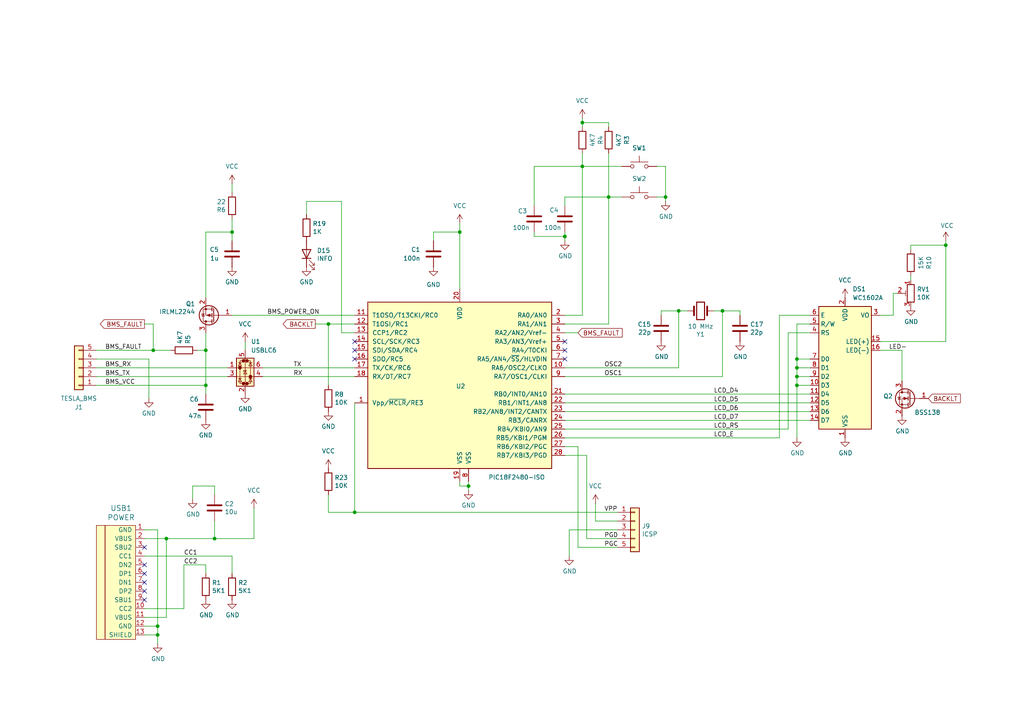
<source format=kicad_sch>
(kicad_sch (version 20250114) (generator "eeschema") (generator_version "9.0")
  (paper "A4")
  (title_block (title "TeslaBMBChecker") (date "2025-07-26") (rev "1.1"))
  (lib_symbols
    (symbol "Connector_Generic:Conn_01x05" (pin_names (offset 1.016) (hide yes))
      (property "Reference" "J" (at 0 7.62 0))
      (property "Value" "Conn_01x05" (at 0 -7.62 0))
      (symbol "Conn_01x05_1_1"
        (rectangle (start -1.27 6.35) (end 1.27 -6.35) (stroke (width 0.254)) (fill (type background)))
        (rectangle (start -1.27 5.207) (end 0 4.953) (stroke (width 0.1524)))
        (rectangle (start -1.27 2.667) (end 0 2.413) (stroke (width 0.1524)))
        (rectangle (start -1.27 0.127) (end 0 -0.127) (stroke (width 0.1524)))
        (rectangle (start -1.27 -2.413) (end 0 -2.667) (stroke (width 0.1524)))
        (rectangle (start -1.27 -4.953) (end 0 -5.207) (stroke (width 0.1524)))
        (pin passive line (at -5.08 5.08 0) (length 3.81) (name "Pin_1") (number "1"))
        (pin passive line (at -5.08 2.54 0) (length 3.81) (name "Pin_2") (number "2"))
        (pin passive line (at -5.08 0 0) (length 3.81) (name "Pin_3") (number "3"))
        (pin passive line (at -5.08 -2.54 0) (length 3.81) (name "Pin_4") (number "4"))
        (pin passive line (at -5.08 -5.08 0) (length 3.81) (name "Pin_5") (number "5"))
      )
    )
    (symbol "Device:C" (pin_numbers (hide yes)) (pin_names (offset 0.254))
      (property "Reference" "C" (at 0.635 2.54 0))
      (property "Value" "C" (at 0.635 -2.54 0))
      (symbol "C_0_1"
        (polyline (pts (xy -2.032 0.762) (xy 2.032 0.762)) (stroke (width 0.508)))
        (polyline (pts (xy -2.032 -0.762) (xy 2.032 -0.762)) (stroke (width 0.508)))
      )
      (symbol "C_1_1"
        (pin passive line (at 0 3.81 270) (length 2.794) (name "~") (number "1"))
        (pin passive line (at 0 -3.81 90) (length 2.794) (name "~") (number "2"))
      )
    )
    (symbol "Device:Crystal" (pin_numbers (hide yes)) (pin_names (offset 1.016) (hide yes))
      (property "Reference" "Y" (at 0 3.81 0))
      (property "Value" "Crystal" (at 0 -3.81 0))
      (symbol "Crystal_0_1"
        (polyline (pts (xy -2.54 0) (xy -1.905 0)))
        (polyline (pts (xy -1.905 -1.27) (xy -1.905 1.27)) (stroke (width 0.508)))
        (rectangle (start -1.143 2.54) (end 1.143 -2.54) (stroke (width 0.3048)))
        (polyline (pts (xy 1.905 -1.27) (xy 1.905 1.27)) (stroke (width 0.508)))
        (polyline (pts (xy 2.54 0) (xy 1.905 0)))
      )
      (symbol "Crystal_1_1"
        (pin passive line (at -3.81 0 0) (length 1.27) (name "1") (number "1"))
        (pin passive line (at 3.81 0 180) (length 1.27) (name "2") (number "2"))
      )
    )
    (symbol "Device:LED" (pin_numbers (hide yes)) (pin_names (offset 1.016) (hide yes))
      (property "Reference" "D" (at 0 2.54 0))
      (property "Value" "LED" (at 0 -2.54 0))
      (symbol "LED_0_1"
        (polyline (pts (xy -3.048 -0.762) (xy -4.572 -2.286) (xy -3.81 -2.286) (xy -4.572 -2.286) (xy -4.572 -1.524)))
        (polyline (pts (xy -1.778 -0.762) (xy -3.302 -2.286) (xy -2.54 -2.286) (xy -3.302 -2.286) (xy -3.302 -1.524)))
        (polyline (pts (xy -1.27 0) (xy 1.27 0)))
        (polyline (pts (xy -1.27 -1.27) (xy -1.27 1.27)) (stroke (width 0.254)))
        (polyline (pts (xy 1.27 -1.27) (xy 1.27 1.27) (xy -1.27 0) (xy 1.27 -1.27)) (stroke (width 0.254)))
      )
      (symbol "LED_1_1"
        (pin passive line (at -3.81 0 0) (length 2.54) (name "K") (number "1"))
        (pin passive line (at 3.81 0 180) (length 2.54) (name "A") (number "2"))
      )
    )
    (symbol "Device:R" (pin_numbers (hide yes)) (pin_names (offset 0))
      (property "Reference" "R" (at 2.032 0 90))
      (property "Value" "R" (at 0 0 90))
      (symbol "R_0_1"
        (rectangle (start -1.016 -2.54) (end 1.016 2.54) (stroke (width 0.254)))
      )
      (symbol "R_1_1"
        (pin passive line (at 0 3.81 270) (length 1.27) (name "~") (number "1"))
        (pin passive line (at 0 -3.81 90) (length 1.27) (name "~") (number "2"))
      )
    )
    (symbol "Display_Character:WC1602A"
      (property "Reference" "DS" (at -5.842 19.05 0))
      (property "Value" "WC1602A" (at 5.334 19.05 0))
      (symbol "WC1602A_1_1"
        (rectangle (start -7.62 17.78) (end 7.62 -17.78) (stroke (width 0.254)) (fill (type background)))
        (pin input line (at -10.16 15.24 0) (length 2.54) (name "E") (number "6"))
        (pin input line (at -10.16 12.7 0) (length 2.54) (name "R/W") (number "5"))
        (pin input line (at -10.16 10.16 0) (length 2.54) (name "RS") (number "4"))
        (pin input line (at -10.16 2.54 0) (length 2.54) (name "D0") (number "7"))
        (pin input line (at -10.16 0 0) (length 2.54) (name "D1") (number "8"))
        (pin input line (at -10.16 -2.54 0) (length 2.54) (name "D2") (number "9"))
        (pin input line (at -10.16 -5.08 0) (length 2.54) (name "D3") (number "10"))
        (pin input line (at -10.16 -7.62 0) (length 2.54) (name "D4") (number "11"))
        (pin input line (at -10.16 -10.16 0) (length 2.54) (name "D5") (number "12"))
        (pin input line (at -10.16 -12.7 0) (length 2.54) (name "D6") (number "13"))
        (pin input line (at -10.16 -15.24 0) (length 2.54) (name "D7") (number "14"))
        (pin power_in line (at 0 20.32 270) (length 2.54) (name "VDD") (number "2"))
        (pin power_in line (at 0 -20.32 90) (length 2.54) (name "VSS") (number "1"))
        (pin input line (at 10.16 15.24 180) (length 2.54) (name "VO") (number "3"))
        (pin power_in line (at 10.16 7.62 180) (length 2.54) (name "LED(+)") (number "15"))
        (pin power_in line (at 10.16 5.08 180) (length 2.54) (name "LED(-)") (number "16"))
      )
    )
    (symbol "Power_Protection:USBLC6-2SC6" (pin_names (hide yes))
      (property "Reference" "U" (at 0.635 5.715 0))
      (property "Value" "USBLC6-2SC6" (at 0.635 3.81 0))
      (symbol "USBLC6-2SC6_0_0"
        (circle (center -1.524 0) (radius 0.0001) (stroke (width 0.508)))
        (circle (center -0.508 2.032) (radius 0.0001) (stroke (width 0.508)))
        (circle (center -0.508 -4.572) (radius 0.0001) (stroke (width 0.508)))
        (circle (center 0.508 2.032) (radius 0.0001) (stroke (width 0.508)))
        (circle (center 0.508 -4.572) (radius 0.0001) (stroke (width 0.508)))
        (circle (center 1.524 -2.54) (radius 0.0001) (stroke (width 0.508)))
      )
      (symbol "USBLC6-2SC6_0_1"
        (polyline (pts (xy -2.54 0) (xy 2.54 0)))
        (polyline (pts (xy -2.54 -2.54) (xy 2.54 -2.54)))
        (polyline (pts (xy -2.032 0.508) (xy -1.016 0.508) (xy -1.524 1.524) (xy -2.032 0.508)))
        (polyline (pts (xy -2.032 -3.048) (xy -1.016 -3.048)))
        (polyline (pts (xy -1.016 1.524) (xy -2.032 1.524)))
        (polyline (pts (xy -1.016 -4.064) (xy -2.032 -4.064) (xy -1.524 -3.048) (xy -1.016 -4.064)))
        (polyline (pts (xy -0.508 -1.143) (xy -0.508 -0.762) (xy 0.508 -0.762)))
        (polyline (pts (xy 0 2.54) (xy -0.508 2.032) (xy 0.508 2.032) (xy 0 1.524) (xy 0 -4.064) (xy -0.508 -4.572) (xy 0.508 -4.572) (xy 0 -5.08)))
        (polyline (pts (xy 0.508 -1.778) (xy -0.508 -1.778) (xy 0 -0.762) (xy 0.508 -1.778)))
        (polyline (pts (xy 1.016 1.524) (xy 2.032 1.524)))
        (polyline (pts (xy 1.016 -3.048) (xy 2.032 -3.048)))
        (polyline (pts (xy 2.032 0.508) (xy 1.016 0.508) (xy 1.524 1.524) (xy 2.032 0.508)))
        (polyline (pts (xy 2.032 -4.064) (xy 1.016 -4.064) (xy 1.524 -3.048) (xy 2.032 -4.064)))
      )
      (symbol "USBLC6-2SC6_1_1"
        (rectangle (start -2.54 2.794) (end 2.54 -5.334) (stroke (width 0.254)) (fill (type background)))
        (polyline (pts (xy -0.508 2.032) (xy -1.524 2.032) (xy -1.524 -4.572) (xy -0.508 -4.572)))
        (polyline (pts (xy 0.508 -4.572) (xy 1.524 -4.572) (xy 1.524 2.032) (xy 0.508 2.032)))
        (pin passive line (at -5.08 0 0) (length 2.54) (name "I/O1") (number "1"))
        (pin passive line (at -5.08 -2.54 0) (length 2.54) (name "I/O2") (number "3"))
        (pin passive line (at 0 5.08 270) (length 2.54) (name "VBUS") (number "5"))
        (pin passive line (at 0 -7.62 90) (length 2.54) (name "GND") (number "2"))
        (pin passive line (at 5.08 0 180) (length 2.54) (name "I/O1") (number "6"))
        (pin passive line (at 5.08 -2.54 180) (length 2.54) (name "I/O2") (number "4"))
      )
    )
    (symbol "Switch:SW_Push" (pin_numbers (hide yes)) (pin_names (offset 1.016) (hide yes))
      (property "Reference" "SW" (at 1.27 2.54 0))
      (property "Value" "SW_Push" (at 0 -1.524 0))
      (symbol "SW_Push_0_1"
        (circle (center -2.032 0) (radius 0.508))
        (polyline (pts (xy 0 1.27) (xy 0 3.048)))
        (circle (center 2.032 0) (radius 0.508))
        (polyline (pts (xy 2.54 1.27) (xy -2.54 1.27)))
        (pin passive line (at -5.08 0 0) (length 2.54) (name "1") (number "1"))
        (pin passive line (at 5.08 0 180) (length 2.54) (name "2") (number "2"))
      )
    )
    (symbol "Transistor_FET:BSS138" (pin_names (hide yes))
      (property "Reference" "Q" (at 5.08 1.905 0))
      (property "Value" "BSS138" (at 5.08 0 0))
      (symbol "BSS138_0_1"
        (polyline (pts (xy 0.254 1.905) (xy 0.254 -1.905)) (stroke (width 0.254)))
        (polyline (pts (xy 0.254 0) (xy -2.54 0)))
        (polyline (pts (xy 0.762 2.286) (xy 0.762 1.27)) (stroke (width 0.254)))
        (polyline (pts (xy 0.762 0.508) (xy 0.762 -0.508)) (stroke (width 0.254)))
        (polyline (pts (xy 0.762 -1.27) (xy 0.762 -2.286)) (stroke (width 0.254)))
        (polyline (pts (xy 0.762 -1.778) (xy 3.302 -1.778) (xy 3.302 1.778) (xy 0.762 1.778)))
        (polyline (pts (xy 1.016 0) (xy 2.032 0.381) (xy 2.032 -0.381) (xy 1.016 0)) (fill (type outline)))
        (circle (center 1.651 0) (radius 2.794) (stroke (width 0.254)))
        (polyline (pts (xy 2.54 2.54) (xy 2.54 1.778)))
        (circle (center 2.54 1.778) (radius 0.254) (fill (type outline)))
        (circle (center 2.54 -1.778) (radius 0.254) (fill (type outline)))
        (polyline (pts (xy 2.54 -2.54) (xy 2.54 0) (xy 0.762 0)))
        (polyline (pts (xy 2.794 0.508) (xy 2.921 0.381) (xy 3.683 0.381) (xy 3.81 0.254)))
        (polyline (pts (xy 3.302 0.381) (xy 2.921 -0.254) (xy 3.683 -0.254) (xy 3.302 0.381)))
      )
      (symbol "BSS138_1_1"
        (pin input line (at -5.08 0 0) (length 2.54) (name "G") (number "1"))
        (pin passive line (at 2.54 5.08 270) (length 2.54) (name "D") (number "3"))
        (pin passive line (at 2.54 -5.08 90) (length 2.54) (name "S") (number "2"))
      )
    )
    (symbol "Transistor_FET:IRLML5203" (pin_names (hide yes))
      (property "Reference" "Q" (at 5.08 1.905 0))
      (property "Value" "IRLML5203" (at 5.08 0 0))
      (symbol "IRLML5203_0_1"
        (polyline (pts (xy 0.254 1.905) (xy 0.254 -1.905)) (stroke (width 0.254)))
        (polyline (pts (xy 0.254 0) (xy -2.54 0)))
        (polyline (pts (xy 0.762 2.286) (xy 0.762 1.27)) (stroke (width 0.254)))
        (polyline (pts (xy 0.762 1.778) (xy 3.302 1.778) (xy 3.302 -1.778) (xy 0.762 -1.778)))
        (polyline (pts (xy 0.762 0.508) (xy 0.762 -0.508)) (stroke (width 0.254)))
        (polyline (pts (xy 0.762 -1.27) (xy 0.762 -2.286)) (stroke (width 0.254)))
        (circle (center 1.651 0) (radius 2.794) (stroke (width 0.254)))
        (polyline (pts (xy 2.286 0) (xy 1.27 0.381) (xy 1.27 -0.381) (xy 2.286 0)) (fill (type outline)))
        (polyline (pts (xy 2.54 2.54) (xy 2.54 1.778)))
        (circle (center 2.54 1.778) (radius 0.254) (fill (type outline)))
        (circle (center 2.54 -1.778) (radius 0.254) (fill (type outline)))
        (polyline (pts (xy 2.54 -2.54) (xy 2.54 0) (xy 0.762 0)))
        (polyline (pts (xy 2.794 -0.508) (xy 2.921 -0.381) (xy 3.683 -0.381) (xy 3.81 -0.254)))
        (polyline (pts (xy 3.302 -0.381) (xy 2.921 0.254) (xy 3.683 0.254) (xy 3.302 -0.381)))
      )
      (symbol "IRLML5203_1_1"
        (pin input line (at -5.08 0 0) (length 2.54) (name "G") (number "1"))
        (pin passive line (at 2.54 5.08 270) (length 2.54) (name "D") (number "3"))
        (pin passive line (at 2.54 -5.08 90) (length 2.54) (name "S") (number "2"))
      )
    )
    (symbol "backplane-rescue:HRO-TYPE-C-31-M-12-Type-C" (pin_names (offset 1.016))
      (property "Reference" "USB" (at -5.08 16.51 0))
      (property "Value" "HRO-TYPE-C-31-M-12-Type-C" (at -10.16 -1.27 90))
      (symbol "HRO-TYPE-C-31-M-12-Type-C_0_1"
        (rectangle (start -11.43 15.24) (end -8.89 -17.78) (fill (type background)))
        (rectangle (start 0 -17.78) (end -8.89 15.24) (fill (type background)))
      )
      (symbol "HRO-TYPE-C-31-M-12-Type-C_1_1"
        (pin input line (at 2.54 13.97 180) (length 2.54) (name "GND") (number "1"))
        (pin input line (at 2.54 11.43 180) (length 2.54) (name "VBUS") (number "2"))
        (pin input line (at 2.54 8.89 180) (length 2.54) (name "SBU2") (number "3"))
        (pin input line (at 2.54 6.35 180) (length 2.54) (name "CC1") (number "4"))
        (pin input line (at 2.54 3.81 180) (length 2.54) (name "DN2") (number "5"))
        (pin input line (at 2.54 1.27 180) (length 2.54) (name "DP1") (number "6"))
        (pin input line (at 2.54 -1.27 180) (length 2.54) (name "DN1") (number "7"))
        (pin input line (at 2.54 -3.81 180) (length 2.54) (name "DP2") (number "8"))
        (pin input line (at 2.54 -6.35 180) (length 2.54) (name "SBU1") (number "9"))
        (pin input line (at 2.54 -8.89 180) (length 2.54) (name "CC2") (number "10"))
        (pin input line (at 2.54 -11.43 180) (length 2.54) (name "VBUS") (number "11"))
        (pin input line (at 2.54 -13.97 180) (length 2.54) (name "GND") (number "12"))
        (pin input line (at 2.54 -16.51 180) (length 2.54) (name "SHIELD") (number "13"))
      )
    )
    (symbol "info_board-rescue:R_POT_TRIM-Device" (pin_names (offset 1.016) (hide yes))
      (property "Reference" "RV" (at -4.445 0 90))
      (property "Value" "Device_R_POT_TRIM" (at -2.54 0 90))
      (symbol "R_POT_TRIM-Device_0_1"
        (rectangle (start 1.016 2.54) (end -1.016 -2.54) (stroke (width 0.254)))
        (polyline (pts (xy 1.524 0.762) (xy 1.524 -0.762)))
        (polyline (pts (xy 2.54 0) (xy 1.524 0)))
      )
      (symbol "R_POT_TRIM-Device_1_1"
        (pin passive line (at 0 3.81 270) (length 1.27) (name "1") (number "1"))
        (pin passive line (at 0 -3.81 90) (length 1.27) (name "3") (number "3"))
        (pin passive line (at 3.81 0 180) (length 1.27) (name "2") (number "2"))
      )
    )
    (symbol "power:GND" (power) (pin_numbers (hide yes)) (pin_names (offset 0) (hide yes))
      (property "Value" "GND" (at 0 -3.81 0))
      (symbol "GND_0_1"
        (polyline (pts (xy 0 0) (xy 0 -1.27) (xy 1.27 -1.27) (xy 0 -2.54) (xy -1.27 -1.27) (xy 0 -1.27)))
      )
      (symbol "GND_1_1"
        (pin power_in line (at 0 0 270) (length 0) (name "~") (number "1"))
      )
    )
    (symbol "power:VCC" (power) (pin_numbers (hide yes)) (pin_names (offset 0) (hide yes))
      (property "Value" "VCC" (at 0 3.556 0))
      (symbol "VCC_0_1"
        (polyline (pts (xy -0.762 1.27) (xy 0 2.54)))
        (polyline (pts (xy 0 2.54) (xy 0.762 1.27)))
        (polyline (pts (xy 0 0) (xy 0 2.54)))
      )
      (symbol "VCC_1_1"
        (pin power_in line (at 0 0 90) (length 0) (name "~") (number "1"))
      )
    )
    (symbol "spetry:PIC18F2480-ISO" (pin_names (offset 1.27))
      (property "Reference" "U" (at -25.4 25.4 0))
      (property "Value" "PIC18F2480-ISO" (at 16.51 -25.4 0))
      (symbol "PIC18F2480-ISO_0_1"
        (rectangle (start -26.67 24.13) (end 26.67 -24.13) (stroke (width 0.254)) (fill (type background)))
      )
      (symbol "PIC18F2480-ISO_1_1"
        (pin bidirectional line (at -30.48 20.32 0) (length 3.81) (name "RA0/AN0") (number "2"))
        (pin bidirectional line (at -30.48 17.78 0) (length 3.81) (name "RA1/AN1") (number "3"))
        (pin bidirectional line (at -30.48 15.24 0) (length 3.81) (name "RA2/AN2/Vref-") (number "4"))
        (pin bidirectional line (at -30.48 12.7 0) (length 3.81) (name "RA3/AN3/Vref+") (number "5"))
        (pin bidirectional line (at -30.48 10.16 0) (length 3.81) (name "RA4/T0CKI") (number "6"))
        (pin bidirectional line (at -30.48 7.62 0) (length 3.81) (name "RA5/AN4/~{SS}/HLVDIN") (number "7"))
        (pin output line (at -30.48 5.08 0) (length 3.81) (name "RA6/OSC2/CLKO") (number "10"))
        (pin input line (at -30.48 2.54 0) (length 3.81) (name "RA7/OSC1/CLKI") (number "9"))
        (pin bidirectional line (at -30.48 -2.54 0) (length 3.81) (name "RB0/INT0/AN10") (number "21"))
        (pin bidirectional line (at -30.48 -5.08 0) (length 3.81) (name "RB1/INT1/AN8") (number "22"))
        (pin bidirectional line (at -30.48 -7.62 0) (length 3.81) (name "RB2/AN8/INT2/CANTX") (number "23"))
        (pin bidirectional line (at -30.48 -10.16 0) (length 3.81) (name "RB3/CANRX") (number "24"))
        (pin bidirectional line (at -30.48 -12.7 0) (length 3.81) (name "RB4/KBI0/AN9") (number "25"))
        (pin bidirectional line (at -30.48 -15.24 0) (length 3.81) (name "RB5/KBI1/PGM") (number "26"))
        (pin bidirectional line (at -30.48 -17.78 0) (length 3.81) (name "RB6/KBI2/PGC") (number "27"))
        (pin bidirectional line (at -30.48 -20.32 0) (length 3.81) (name "RB7/KBI3/PGD") (number "28"))
        (pin power_in line (at -2.54 -27.94 90) (length 3.81) (name "VSS") (number "8"))
        (pin power_in line (at 0 27.94 270) (length 3.81) (name "VDD") (number "20"))
        (pin power_in line (at 0 -27.94 90) (length 3.81) (name "VSS") (number "19"))
        (pin bidirectional line (at 30.48 20.32 180) (length 3.81) (name "T1OSO/T13CKI/RC0") (number "11"))
        (pin bidirectional line (at 30.48 17.78 180) (length 3.81) (name "T1OSI/RC1") (number "12"))
        (pin bidirectional line (at 30.48 15.24 180) (length 3.81) (name "CCP1/RC2") (number "13"))
        (pin bidirectional line (at 30.48 12.7 180) (length 3.81) (name "SCL/SCK/RC3") (number "14"))
        (pin bidirectional line (at 30.48 10.16 180) (length 3.81) (name "SDI/SDA/RC4") (number "15"))
        (pin bidirectional line (at 30.48 7.62 180) (length 3.81) (name "SDO/RC5") (number "16"))
        (pin bidirectional line (at 30.48 5.08 180) (length 3.81) (name "TX/CK/RC6") (number "17"))
        (pin bidirectional line (at 30.48 2.54 180) (length 3.81) (name "RX/DT/RC7") (number "18"))
        (pin input line (at 30.48 -5.08 180) (length 3.81) (name "Vpp/~{MCLR}/RE3") (number "1"))
      )
    )
  )
  (junction (at 45.72 181.61))
  (junction (at 59.69 101.6))
  (junction (at 44.45 101.6))
  (junction (at 176.53 57.15))
  (junction (at 231.14 111.76))
  (junction (at 274.32 71.12))
  (junction (at 67.31 67.31))
  (junction (at 135.89 140.97))
  (junction (at 209.55 90.17))
  (junction (at 163.83 68.58))
  (junction (at 45.72 184.15))
  (junction (at 231.14 104.14))
  (junction (at 196.85 90.17))
  (junction (at 231.14 106.68))
  (junction (at 168.91 48.26))
  (junction (at 133.35 67.31))
  (junction (at 48.26 156.21))
  (junction (at 231.14 109.22))
  (junction (at 59.69 111.76))
  (junction (at 168.91 35.56))
  (junction (at 95.25 93.98))
  (junction (at 62.23 156.21))
  (junction (at 102.87 148.59))
  (junction (at 193.04 57.15))
  (no_connect (at 102.87 104.14))
  (no_connect (at 163.83 104.14))
  (no_connect (at 41.91 171.45))
  (no_connect (at 41.91 173.99))
  (no_connect (at 102.87 99.06))
  (no_connect (at 163.83 99.06))
  (no_connect (at 102.87 101.6))
  (no_connect (at 41.91 168.91))
  (no_connect (at 41.91 166.37))
  (no_connect (at 163.83 101.6))
  (no_connect (at 41.91 163.83))
  (no_connect (at 41.91 158.75))
  (wire (pts (xy 214.63 90.17) (xy 214.63 91.44)))
  (wire (pts (xy 226.06 127) (xy 163.83 127)))
  (wire (pts (xy 154.94 68.58) (xy 163.83 68.58)))
  (wire (pts (xy 264.16 81.28) (xy 264.16 80.01)))
  (wire (pts (xy 44.45 93.98) (xy 44.45 101.6)))
  (wire (pts (xy 95.25 148.59) (xy 102.87 148.59)))
  (wire (pts (xy 57.15 101.6) (xy 59.69 101.6)))
  (wire (pts (xy 209.55 90.17) (xy 214.63 90.17)))
  (wire (pts (xy 59.69 163.83) (xy 59.69 166.37)))
  (wire (pts (xy 172.72 146.05) (xy 172.72 151.13)))
  (wire (pts (xy 76.2 109.22) (xy 102.87 109.22)))
  (wire (pts (xy 41.91 161.29) (xy 67.31 161.29)))
  (wire (pts (xy 45.72 184.15) (xy 41.91 184.15)))
  (wire (pts (xy 193.04 57.15) (xy 193.04 58.42)))
  (wire (pts (xy 45.72 181.61) (xy 45.72 184.15)))
  (wire (pts (xy 27.94 104.14) (xy 43.18 104.14)))
  (wire (pts (xy 45.72 186.69) (xy 45.72 184.15)))
  (wire (pts (xy 71.12 99.06) (xy 71.12 101.6)))
  (wire (pts (xy 67.31 91.44) (xy 102.87 91.44)))
  (wire (pts (xy 163.83 57.15) (xy 176.53 57.15)))
  (wire (pts (xy 231.14 104.14) (xy 231.14 106.68)))
  (wire (pts (xy 133.35 67.31) (xy 133.35 83.82)))
  (wire (pts (xy 154.94 59.69) (xy 154.94 48.26)))
  (wire (pts (xy 125.73 67.31) (xy 133.35 67.31)))
  (wire (pts (xy 67.31 161.29) (xy 67.31 166.37)))
  (wire (pts (xy 163.83 116.84) (xy 234.95 116.84)))
  (wire (pts (xy 191.77 90.17) (xy 196.85 90.17)))
  (wire (pts (xy 163.83 93.98) (xy 176.53 93.98)))
  (wire (pts (xy 27.94 106.68) (xy 66.04 106.68)))
  (wire (pts (xy 274.32 71.12) (xy 274.32 99.06)))
  (wire (pts (xy 163.83 124.46) (xy 228.6 124.46)))
  (wire (pts (xy 234.95 96.52) (xy 228.6 96.52)))
  (wire (pts (xy 255.27 101.6) (xy 261.62 101.6)))
  (wire (pts (xy 154.94 67.31) (xy 154.94 68.58)))
  (wire (pts (xy 91.44 93.98) (xy 95.25 93.98)))
  (wire (pts (xy 163.83 109.22) (xy 209.55 109.22)))
  (wire (pts (xy 133.35 139.7) (xy 133.35 140.97)))
  (wire (pts (xy 133.35 64.77) (xy 133.35 67.31)))
  (wire (pts (xy 167.64 158.75) (xy 179.07 158.75)))
  (wire (pts (xy 226.06 91.44) (xy 226.06 127)))
  (wire (pts (xy 59.69 111.76) (xy 59.69 114.3)))
  (wire (pts (xy 259.08 85.09) (xy 260.35 85.09)))
  (wire (pts (xy 190.5 57.15) (xy 193.04 57.15)))
  (wire (pts (xy 231.14 109.22) (xy 234.95 109.22)))
  (wire (pts (xy 231.14 111.76) (xy 231.14 127)))
  (wire (pts (xy 43.18 104.14) (xy 43.18 115.57)))
  (wire (pts (xy 27.94 101.6) (xy 44.45 101.6)))
  (wire (pts (xy 234.95 91.44) (xy 226.06 91.44)))
  (wire (pts (xy 67.31 53.34) (xy 67.31 55.88)))
  (wire (pts (xy 163.83 68.58) (xy 163.83 69.85)))
  (wire (pts (xy 41.91 179.07) (xy 48.26 179.07)))
  (wire (pts (xy 48.26 179.07) (xy 48.26 156.21)))
  (wire (pts (xy 170.18 156.21) (xy 170.18 132.08)))
  (wire (pts (xy 41.91 176.53) (xy 53.34 176.53)))
  (wire (pts (xy 67.31 69.85) (xy 67.31 67.31)))
  (wire (pts (xy 179.07 153.67) (xy 165.1 153.67)))
  (wire (pts (xy 170.18 156.21) (xy 179.07 156.21)))
  (wire (pts (xy 190.5 48.26) (xy 193.04 48.26)))
  (wire (pts (xy 133.35 140.97) (xy 135.89 140.97)))
  (wire (pts (xy 209.55 90.17) (xy 207.01 90.17)))
  (wire (pts (xy 45.72 181.61) (xy 45.72 153.67)))
  (wire (pts (xy 168.91 48.26) (xy 168.91 44.45)))
  (wire (pts (xy 264.16 71.12) (xy 274.32 71.12)))
  (wire (pts (xy 99.06 96.52) (xy 99.06 58.42)))
  (wire (pts (xy 176.53 57.15) (xy 176.53 44.45)))
  (wire (pts (xy 95.25 93.98) (xy 95.25 111.76)))
  (wire (pts (xy 62.23 143.51) (xy 62.23 140.97)))
  (wire (pts (xy 176.53 57.15) (xy 180.34 57.15)))
  (wire (pts (xy 59.69 101.6) (xy 59.69 111.76)))
  (wire (pts (xy 168.91 35.56) (xy 168.91 36.83)))
  (wire (pts (xy 88.9 58.42) (xy 88.9 62.23)))
  (wire (pts (xy 234.95 104.14) (xy 231.14 104.14)))
  (wire (pts (xy 45.72 153.67) (xy 41.91 153.67)))
  (wire (pts (xy 95.25 143.51) (xy 95.25 148.59)))
  (wire (pts (xy 62.23 156.21) (xy 73.66 156.21)))
  (wire (pts (xy 255.27 91.44) (xy 259.08 91.44)))
  (wire (pts (xy 135.89 140.97) (xy 135.89 142.24)))
  (wire (pts (xy 176.53 93.98) (xy 176.53 57.15)))
  (wire (pts (xy 135.89 139.7) (xy 135.89 140.97)))
  (wire (pts (xy 261.62 101.6) (xy 261.62 110.49)))
  (wire (pts (xy 163.83 67.31) (xy 163.83 68.58)))
  (wire (pts (xy 191.77 91.44) (xy 191.77 90.17)))
  (wire (pts (xy 199.39 90.17) (xy 196.85 90.17)))
  (wire (pts (xy 167.64 158.75) (xy 167.64 129.54)))
  (wire (pts (xy 163.83 114.3) (xy 234.95 114.3)))
  (wire (pts (xy 209.55 90.17) (xy 209.55 109.22)))
  (wire (pts (xy 44.45 101.6) (xy 49.53 101.6)))
  (wire (pts (xy 168.91 91.44) (xy 168.91 48.26)))
  (wire (pts (xy 62.23 156.21) (xy 62.23 151.13)))
  (wire (pts (xy 27.94 111.76) (xy 59.69 111.76)))
  (wire (pts (xy 59.69 96.52) (xy 59.69 101.6)))
  (wire (pts (xy 163.83 106.68) (xy 196.85 106.68)))
  (wire (pts (xy 99.06 58.42) (xy 88.9 58.42)))
  (wire (pts (xy 255.27 99.06) (xy 274.32 99.06)))
  (wire (pts (xy 274.32 69.85) (xy 274.32 71.12)))
  (wire (pts (xy 176.53 35.56) (xy 168.91 35.56)))
  (wire (pts (xy 231.14 106.68) (xy 234.95 106.68)))
  (wire (pts (xy 99.06 96.52) (xy 102.87 96.52)))
  (wire (pts (xy 167.64 129.54) (xy 163.83 129.54)))
  (wire (pts (xy 231.14 109.22) (xy 231.14 111.76)))
  (wire (pts (xy 53.34 163.83) (xy 59.69 163.83)))
  (wire (pts (xy 59.69 86.36) (xy 59.69 67.31)))
  (wire (pts (xy 73.66 147.32) (xy 73.66 156.21)))
  (wire (pts (xy 163.83 96.52) (xy 167.64 96.52)))
  (wire (pts (xy 62.23 140.97) (xy 55.88 140.97)))
  (wire (pts (xy 231.14 111.76) (xy 234.95 111.76)))
  (wire (pts (xy 179.07 148.59) (xy 102.87 148.59)))
  (wire (pts (xy 231.14 93.98) (xy 231.14 104.14)))
  (wire (pts (xy 193.04 48.26) (xy 193.04 57.15)))
  (wire (pts (xy 168.91 34.29) (xy 168.91 35.56)))
  (wire (pts (xy 163.83 91.44) (xy 168.91 91.44)))
  (wire (pts (xy 176.53 36.83) (xy 176.53 35.56)))
  (wire (pts (xy 41.91 181.61) (xy 45.72 181.61)))
  (wire (pts (xy 163.83 119.38) (xy 234.95 119.38)))
  (wire (pts (xy 53.34 176.53) (xy 53.34 163.83)))
  (wire (pts (xy 125.73 67.31) (xy 125.73 69.85)))
  (wire (pts (xy 172.72 151.13) (xy 179.07 151.13)))
  (wire (pts (xy 231.14 106.68) (xy 231.14 109.22)))
  (wire (pts (xy 41.91 93.98) (xy 44.45 93.98)))
  (wire (pts (xy 168.91 48.26) (xy 180.34 48.26)))
  (wire (pts (xy 55.88 140.97) (xy 55.88 144.78)))
  (wire (pts (xy 163.83 121.92) (xy 234.95 121.92)))
  (wire (pts (xy 165.1 153.67) (xy 165.1 161.29)))
  (wire (pts (xy 95.25 93.98) (xy 102.87 93.98)))
  (wire (pts (xy 196.85 90.17) (xy 196.85 106.68)))
  (wire (pts (xy 27.94 109.22) (xy 66.04 109.22)))
  (wire (pts (xy 264.16 72.39) (xy 264.16 71.12)))
  (wire (pts (xy 41.91 156.21) (xy 48.26 156.21)))
  (wire (pts (xy 163.83 59.69) (xy 163.83 57.15)))
  (wire (pts (xy 76.2 106.68) (xy 102.87 106.68)))
  (wire (pts (xy 259.08 91.44) (xy 259.08 85.09)))
  (wire (pts (xy 102.87 148.59) (xy 102.87 116.84)))
  (wire (pts (xy 59.69 67.31) (xy 67.31 67.31)))
  (wire (pts (xy 228.6 96.52) (xy 228.6 124.46)))
  (wire (pts (xy 234.95 93.98) (xy 231.14 93.98)))
  (wire (pts (xy 154.94 48.26) (xy 168.91 48.26)))
  (wire (pts (xy 67.31 63.5) (xy 67.31 67.31)))
  (wire (pts (xy 48.26 156.21) (xy 62.23 156.21)))
  (wire (pts (xy 170.18 132.08) (xy 163.83 132.08)))
  (label "BMS_POWER_ON" (at 77.47 91.44 0))
  (label "BMS_RX" (at 30.48 106.68 0))
  (label "LCD_D5" (at 207.01 116.84 0))
  (label "VPP" (at 175.26 148.59 0))
  (label "LCD_D4" (at 207.01 114.3 0))
  (label "OSC1" (at 175.26 109.22 0))
  (label "RX" (at 85.09 109.22 0))
  (label "LED-" (at 257.81 101.6 0))
  (label "CC2" (at 53.34 163.83 0))
  (label "LCD_D6" (at 207.01 119.38 0))
  (label "OSC2" (at 175.26 106.68 0))
  (label "LCD_RS" (at 207.01 124.46 0))
  (label "BMS_VCC" (at 30.48 111.76 0))
  (label "BMS_TX" (at 30.48 109.22 0))
  (label "LCD_E" (at 207.01 127 0))
  (label "BMS_FAULT" (at 30.48 101.6 0))
  (label "TX" (at 85.09 106.68 0))
  (label "PGC" (at 175.26 158.75 0))
  (label "CC1" (at 53.34 161.29 0))
  (label "PGD" (at 175.26 156.21 0))
  (label "LCD_D7" (at 207.01 121.92 0))
  (global_label "BACKLT" (shape output) (at 91.44 93.98 180) (property "Intersheetrefs" "${INTERSHEET_REFS}" (effects (hide yes))))
  (global_label "BMS_FAULT" (shape input) (at 167.64 96.52 0) (property "Intersheetrefs" "${INTERSHEET_REFS}" (effects (hide yes))))
  (global_label "BMS_FAULT" (shape output) (at 41.91 93.98 180) (property "Intersheetrefs" "${INTERSHEET_REFS}" (effects (hide yes))))
  (global_label "BACKLT" (shape input) (at 269.24 115.57 0) (property "Intersheetrefs" "${INTERSHEET_REFS}" (effects (hide yes))))
  (symbol (lib_id "power:VCC") (at 274.32 69.85 0) (unit 1)
    (property "Reference" "#PWR023" (effects (hide yes)))
    (property "Value" "VCC" (at 274.701 65.4558 0))
  )
  (symbol (lib_id "info_board-rescue:R_POT_TRIM-Device") (at 264.16 85.09 0) (mirror y) (unit 1)
    (property "Reference" "RV1" (at 265.9126 83.9216 0) (effects (justify right)))
    (property "Value" "10K" (at 265.9126 86.233 0) (effects (justify right)))
    (property "Footprint" "Potentiometer_SMD:Potentiometer_Bourns_TC33X_Vertical" (effects (hide yes)))
  )
  (symbol (lib_id "power:GND") (at 264.16 88.9 0) (unit 1)
    (property "Reference" "#PWR0101" (effects (hide yes)))
    (property "Value" "GND" (at 264.287 93.2942 0))
  )
  (symbol (lib_id "Device:R") (at 264.16 76.2 180) (unit 1)
    (property "Reference" "R10" (at 269.4178 76.2 90))
    (property "Value" "15K" (at 267.1064 76.2 90))
    (property "Footprint" "Resistor_SMD:R_0805_2012Metric" (effects (hide yes)))
  )
  (symbol (lib_id "power:GND") (at 45.72 186.69 0) (unit 1)
    (property "Reference" "#PWR02" (effects (hide yes)))
    (property "Value" "GND" (at 45.847 191.0842 0))
  )
  (symbol (lib_id "Device:R") (at 59.69 170.18 0) (unit 1)
    (property "Reference" "R1" (at 61.468 169.0116 0) (effects (justify left)))
    (property "Value" "5K1" (at 61.468 171.323 0) (effects (justify left)))
    (property "Footprint" "Resistor_SMD:R_0805_2012Metric" (effects (hide yes)))
  )
  (symbol (lib_id "Device:R") (at 67.31 170.18 0) (unit 1)
    (property "Reference" "R2" (at 69.088 169.0116 0) (effects (justify left)))
    (property "Value" "5K1" (at 69.088 171.323 0) (effects (justify left)))
    (property "Footprint" "Resistor_SMD:R_0805_2012Metric" (effects (hide yes)))
  )
  (symbol (lib_id "power:GND") (at 59.69 173.99 0) (unit 1)
    (property "Reference" "#PWR04" (effects (hide yes)))
    (property "Value" "GND" (at 59.817 178.3842 0))
  )
  (symbol (lib_id "power:GND") (at 67.31 173.99 0) (unit 1)
    (property "Reference" "#PWR05" (effects (hide yes)))
    (property "Value" "GND" (at 67.437 178.3842 0))
  )
  (symbol (lib_id "power:GND") (at 55.88 144.78 0) (unit 1)
    (property "Reference" "#PWR07" (effects (hide yes)))
    (property "Value" "GND" (at 56.007 149.1742 0))
  )
  (symbol (lib_id "backplane-rescue:HRO-TYPE-C-31-M-12-Type-C") (at 39.37 167.64 0) (unit 1)
    (property "Reference" "USB1" (at 35.1282 147.3962 0) (effects (font (size 1.524 1.524))))
    (property "Value" "POWER" (at 35.1282 150.0886 0) (effects (font (size 1.524 1.524))))
    (property "Footprint" "spetry:HRO-TYPE-C-31-M-12" (effects (hide yes)))
  )
  (symbol (lib_id "Connector_Generic:Conn_01x05") (at 22.86 106.68 180) (unit 1)
    (property "Reference" "J1" (at 22.86 118.11 0))
    (property "Value" "TESLA_BMS" (at 22.86 115.57 0))
    (property "Footprint" "spetry:Molex_Mini-Fit_Jr_5566-10A_1x05_P4.20mm_Vertical" (effects (hide yes)))
    (property "Description" "Generic connector, single row, 01x05, script generated (kicad-library-utils/schlib/autogen/connector/)" (effects (hide yes)))
  )
  (symbol (lib_id "power:GND") (at 193.04 58.42 0) (unit 1)
    (property "Reference" "#PWR014" (effects (hide yes)))
    (property "Value" "GND" (at 193.167 62.8142 0))
  )
  (symbol (lib_id "Display_Character:WC1602A") (at 245.11 106.68 0) (unit 1)
    (property "Reference" "DS1" (at 247.2533 83.82 0) (effects (justify left)))
    (property "Value" "WC1602A" (at 247.2533 86.36 0) (effects (justify left)))
    (property "Footprint" "spetry:LCD-20x4" (effects (hide yes)))
    (property "Datasheet" "http://www.wincomlcd.com/pdf/WC1602A-SFYLYHTC06.pdf" (effects (hide yes)))
    (property "Description" "LCD 16x2 Alphanumeric , 8 bit parallel bus, 5V VDD" (effects (hide yes)))
  )
  (symbol (lib_id "Device:R") (at 95.25 115.57 0) (unit 1)
    (property "Reference" "R8" (at 97.028 114.4016 0) (effects (justify left)))
    (property "Value" "10K" (at 97.028 116.713 0) (effects (justify left)))
    (property "Footprint" "Resistor_SMD:R_0805_2012Metric" (effects (hide yes)))
  )
  (symbol (lib_id "power:GND") (at 71.12 114.3 0) (unit 1)
    (property "Reference" "#PWR011" (effects (hide yes)))
    (property "Value" "GND" (at 71.12 118.618 0))
    (property "Description" "Power symbol creates a global label with name \"GND\" , ground" (effects (hide yes)))
  )
  (symbol (lib_id "Device:R") (at 67.31 59.69 180) (unit 1)
    (property "Reference" "R6" (at 65.532 60.8584 0) (effects (justify left)))
    (property "Value" "22" (at 65.532 58.547 0) (effects (justify left)))
    (property "Footprint" "Resistor_SMD:R_0805_2012Metric" (effects (hide yes)))
  )
  (symbol (lib_id "Power_Protection:USBLC6-2SC6") (at 71.12 106.68 0) (unit 1)
    (property "Reference" "U1" (at 72.7711 99.06 0) (effects (justify left)))
    (property "Value" "USBLC6" (at 72.7711 101.6 0) (effects (justify left)))
    (property "Footprint" "Package_TO_SOT_SMD:SOT-23-6" (effects (hide yes)))
    (property "Datasheet" "https://www.st.com/resource/en/datasheet/usblc6-2.pdf" (effects (hide yes)))
    (property "Description" "Very low capacitance ESD protection diode, 2 data-line, SOT-23-6" (effects (hide yes)))
  )
  (symbol (lib_id "power:VCC") (at 172.72 146.05 0) (unit 1)
    (property "Reference" "#PWR024" (effects (hide yes)))
    (property "Value" "VCC" (at 172.72 140.97 0))
    (property "Description" "Power symbol creates a global label with name \"VCC\"" (effects (hide yes)))
  )
  (symbol (lib_id "Connector_Generic:Conn_01x05") (at 184.15 153.67 0) (unit 1)
    (property "Reference" "J9" (at 186.182 152.6032 0) (effects (justify left)))
    (property "Value" "ICSP" (at 186.182 154.9146 0) (effects (justify left)))
    (property "Footprint" "Connector_PinHeader_2.54mm:PinHeader_1x05_P2.54mm_Vertical" (effects (hide yes)))
  )
  (symbol (lib_id "power:GND") (at 88.9 77.47 0) (unit 1)
    (property "Reference" "#PWR022" (effects (hide yes)))
    (property "Value" "GND" (at 88.9 81.788 0))
    (property "Description" "Power symbol creates a global label with name \"GND\" , ground" (effects (hide yes)))
  )
  (symbol (lib_id "Device:R") (at 88.9 66.04 0) (unit 1)
    (property "Reference" "R19" (at 90.678 64.8716 0) (effects (justify left)))
    (property "Value" "1K" (at 90.678 67.183 0) (effects (justify left)))
    (property "Footprint" "Resistor_SMD:R_0805_2012Metric" (effects (hide yes)))
  )
  (symbol (lib_id "power:GND") (at 261.62 120.65 0) (unit 1)
    (property "Reference" "#PWR010" (effects (hide yes)))
    (property "Value" "GND" (at 261.747 125.0442 0))
  )
  (symbol (lib_id "Device:C") (at 62.23 147.32 0) (unit 1)
    (property "Reference" "C2" (at 65.151 146.1516 0) (effects (justify left)))
    (property "Value" "10u" (at 65.151 148.463 0) (effects (justify left)))
    (property "Footprint" "Capacitor_SMD:C_1206_3216Metric" (effects (hide yes)))
  )
  (symbol (lib_id "Switch:SW_Push") (at 185.42 57.15 0) (unit 1)
    (property "Reference" "SW2" (at 185.42 51.816 0))
    (property "Value" "~" (at 185.42 52.2224 0))
    (property "Footprint" "Button_Switch_SMD:SW_SPST_CK_RS282G05A3" (effects (hide yes)))
  )
  (symbol (lib_id "power:GND") (at 43.18 115.57 0) (unit 1)
    (property "Reference" "#PWR017" (effects (hide yes)))
    (property "Value" "GND" (at 43.18 119.888 0))
    (property "Description" "Power symbol creates a global label with name \"GND\" , ground" (effects (hide yes)))
  )
  (symbol (lib_id "power:GND") (at 165.1 161.29 0) (unit 1)
    (property "Reference" "#PWR034" (effects (hide yes)))
    (property "Value" "GND" (at 165.227 165.6842 0))
  )
  (symbol (lib_id "Device:R") (at 53.34 101.6 270) (mirror x) (unit 1)
    (property "Reference" "R5" (at 54.5084 99.822 0) (effects (justify left)))
    (property "Value" "4K7" (at 52.197 99.822 0) (effects (justify left)))
    (property "Footprint" "Resistor_SMD:R_0805_2012Metric" (effects (hide yes)))
  )
  (symbol (lib_id "Device:C") (at 163.83 63.5 0) (mirror y) (unit 1)
    (property "Reference" "C4" (at 162.052 60.96 0) (effects (justify left)))
    (property "Value" "100n" (at 162.814 66.04 0) (effects (justify left)))
    (property "Footprint" "Capacitor_SMD:C_0805_2012Metric" (effects (hide yes)))
    (property "Description" "Unpolarized capacitor" (effects (hide yes)))
  )
  (symbol (lib_id "power:VCC") (at 71.12 99.06 0) (unit 1)
    (property "Reference" "#PWR012" (effects (hide yes)))
    (property "Value" "VCC" (at 71.12 93.98 0))
    (property "Description" "Power symbol creates a global label with name \"VCC\"" (effects (hide yes)))
  )
  (symbol (lib_id "Device:C") (at 154.94 63.5 0) (mirror y) (unit 1)
    (property "Reference" "C3" (at 152.908 61.214 0) (effects (justify left)))
    (property "Value" "100n" (at 153.67 66.04 0) (effects (justify left)))
    (property "Footprint" "Capacitor_SMD:C_0805_2012Metric" (effects (hide yes)))
    (property "Description" "Unpolarized capacitor" (effects (hide yes)))
  )
  (symbol (lib_id "Device:Crystal") (at 203.2 90.17 180) (unit 1)
    (property "Reference" "Y1" (at 203.2 96.9772 0))
    (property "Value" "10 MHz" (at 203.2 94.6658 0))
    (property "Footprint" "Crystal:Crystal_SMD_HC49-SD" (effects (hide yes)))
  )
  (symbol (lib_id "power:VCC") (at 245.11 86.36 0) (unit 1)
    (property "Reference" "#PWR08" (effects (hide yes)))
    (property "Value" "VCC" (at 245.11 81.28 0))
    (property "Description" "Power symbol creates a global label with name \"VCC\"" (effects (hide yes)))
  )
  (symbol (lib_id "power:GND") (at 231.14 127 0) (unit 1)
    (property "Reference" "#PWR09" (effects (hide yes)))
    (property "Value" "GND" (at 231.267 131.3942 0))
  )
  (symbol (lib_id "Device:R") (at 176.53 40.64 180) (unit 1)
    (property "Reference" "R3" (at 181.7878 40.64 90))
    (property "Value" "4K7" (at 179.4764 40.64 90))
    (property "Footprint" "Resistor_SMD:R_0805_2012Metric" (effects (hide yes)))
  )
  (symbol (lib_id "Device:C") (at 191.77 95.25 0) (mirror y) (unit 1)
    (property "Reference" "C15" (at 188.849 94.0816 0) (effects (justify left)))
    (property "Value" "22p" (at 188.849 96.393 0) (effects (justify left)))
    (property "Footprint" "Capacitor_SMD:C_0805_2012Metric" (effects (hide yes)))
  )
  (symbol (lib_id "power:VCC") (at 73.66 147.32 0) (unit 1)
    (property "Reference" "#PWR03" (effects (hide yes)))
    (property "Value" "VCC" (at 73.66 142.24 0))
    (property "Description" "Power symbol creates a global label with name \"VCC\"" (effects (hide yes)))
  )
  (symbol (lib_id "power:GND") (at 191.77 99.06 0) (unit 1)
    (property "Reference" "#PWR041" (effects (hide yes)))
    (property "Value" "GND" (at 191.897 103.4542 0))
  )
  (symbol (lib_id "power:GND") (at 245.11 127 0) (unit 1)
    (property "Reference" "#PWR06" (effects (hide yes)))
    (property "Value" "GND" (at 245.237 131.3942 0))
  )
  (symbol (lib_id "Device:R") (at 168.91 40.64 180) (unit 1)
    (property "Reference" "R4" (at 174.1678 40.64 90))
    (property "Value" "4K7" (at 171.8564 40.64 90))
    (property "Footprint" "Resistor_SMD:R_0805_2012Metric" (effects (hide yes)))
  )
  (symbol (lib_id "power:GND") (at 125.73 77.47 0) (unit 1)
    (property "Reference" "#PWR01" (effects (hide yes)))
    (property "Value" "GND" (at 125.73 82.55 0))
    (property "Description" "Power symbol creates a global label with name \"GND\" , ground" (effects (hide yes)))
  )
  (symbol (lib_id "Device:R") (at 95.25 139.7 0) (unit 1)
    (property "Reference" "R23" (at 97.028 138.5316 0) (effects (justify left)))
    (property "Value" "10K" (at 97.028 140.843 0) (effects (justify left)))
    (property "Footprint" "Resistor_SMD:R_0805_2012Metric" (effects (hide yes)))
  )
  (symbol (lib_id "Transistor_FET:BSS138") (at 264.16 115.57 0) (mirror y) (unit 1)
    (property "Reference" "Q2" (at 258.953 114.9263 0) (effects (justify left)))
    (property "Value" "BSS138" (at 272.796 119.634 0) (effects (justify left)))
    (property "Footprint" "Package_TO_SOT_SMD:SOT-23" (effects (hide yes)))
  )
  (symbol (lib_id "power:GND") (at 67.31 77.47 0) (unit 1)
    (property "Reference" "#PWR019" (effects (hide yes)))
    (property "Value" "GND" (at 67.31 81.788 0))
    (property "Description" "Power symbol creates a global label with name \"GND\" , ground" (effects (hide yes)))
  )
  (symbol (lib_id "spetry:PIC18F2480-ISO") (at 133.35 111.76 0) (mirror y) (unit 1)
    (property "Reference" "U2" (at 133.604 112.014 0))
    (property "Value" "PIC18F2480-ISO" (at 149.86 138.43 0))
    (property "Footprint" "Package_SO:SOIC-28W_7.5x17.9mm_P1.27mm" (effects (hide yes)))
    (property "Datasheet" "http://ww1.microchip.com/downloads/en/devicedoc/39632c.pdf" (effects (hide yes)))
  )
  (symbol (lib_id "power:GND") (at 59.69 121.92 0) (unit 1)
    (property "Reference" "#PWR021" (effects (hide yes)))
    (property "Value" "GND" (at 59.69 126.238 0))
    (property "Description" "Power symbol creates a global label with name \"GND\" , ground" (effects (hide yes)))
  )
  (symbol (lib_id "power:VCC") (at 95.25 135.89 0) (unit 1)
    (property "Reference" "#PWR013" (effects (hide yes)))
    (property "Value" "VCC" (at 95.25 130.81 0))
    (property "Description" "Power symbol creates a global label with name \"VCC\"" (effects (hide yes)))
  )
  (symbol (lib_id "Device:C") (at 125.73 73.66 0) (mirror y) (unit 1)
    (property "Reference" "C1" (at 121.92 72.3899 0) (effects (justify left)))
    (property "Value" "100n" (at 121.92 74.9299 0) (effects (justify left)))
    (property "Footprint" "Capacitor_SMD:C_0805_2012Metric" (effects (hide yes)))
    (property "Description" "Unpolarized capacitor" (effects (hide yes)))
  )
  (symbol (lib_id "Transistor_FET:IRLML5203") (at 62.23 91.44 180) (unit 1)
    (property "Reference" "Q1" (at 56.642 88.138 0) (effects (justify left)))
    (property "Value" "IRLML2244" (at 56.642 90.424 0) (effects (justify left)))
    (property "Footprint" "Package_TO_SOT_SMD:SOT-23" (effects (hide yes)))
    (property "Datasheet" "https://www.infineon.com/dgdl/irlml5203pbf.pdf?fileId=5546d462533600a40153566868da261d" (effects (hide yes)))
    (property "Description" "-3.0A Id, -30V Vds, 98mOhm Rds, P-Channel HEXFET Power MOSFET, SOT-23" (effects (hide yes)))
  )
  (symbol (lib_id "power:VCC") (at 168.91 34.29 0) (unit 1)
    (property "Reference" "#PWR015" (effects (hide yes)))
    (property "Value" "VCC" (at 168.91 29.21 0))
    (property "Description" "Power symbol creates a global label with name \"VCC\"" (effects (hide yes)))
  )
  (symbol (lib_id "power:GND") (at 214.63 99.06 0) (unit 1)
    (property "Reference" "#PWR043" (effects (hide yes)))
    (property "Value" "GND" (at 214.757 103.4542 0))
  )
  (symbol (lib_id "power:GND") (at 135.89 142.24 0) (unit 1)
    (property "Reference" "#PWR031" (effects (hide yes)))
    (property "Value" "GND" (at 135.89 146.558 0))
    (property "Description" "Power symbol creates a global label with name \"GND\" , ground" (effects (hide yes)))
  )
  (symbol (lib_id "power:VCC") (at 67.31 53.34 0) (unit 1)
    (property "Reference" "#PWR020" (effects (hide yes)))
    (property "Value" "VCC" (at 67.31 48.26 0))
    (property "Description" "Power symbol creates a global label with name \"VCC\"" (effects (hide yes)))
  )
  (symbol (lib_id "Switch:SW_Push") (at 185.42 48.26 0) (unit 1)
    (property "Reference" "SW1" (at 185.42 42.926 0))
    (property "Value" "~" (at 185.42 43.3324 0))
    (property "Footprint" "Button_Switch_SMD:SW_SPST_CK_RS282G05A3" (effects (hide yes)))
  )
  (symbol (lib_id "power:GND") (at 163.83 69.85 0) (unit 1)
    (property "Reference" "#PWR016" (effects (hide yes)))
    (property "Value" "GND" (at 163.957 74.2442 0))
  )
  (symbol (lib_id "Device:C") (at 59.69 118.11 0) (mirror y) (unit 1)
    (property "Reference" "C6" (at 57.658 115.824 0) (effects (justify left)))
    (property "Value" "47n" (at 58.42 120.65 0) (effects (justify left)))
    (property "Footprint" "Capacitor_SMD:C_0805_2012Metric" (effects (hide yes)))
    (property "Description" "Unpolarized capacitor" (effects (hide yes)))
  )
  (symbol (lib_id "power:GND") (at 95.25 119.38 0) (unit 1)
    (property "Reference" "#PWR018" (effects (hide yes)))
    (property "Value" "GND" (at 95.25 123.698 0))
    (property "Description" "Power symbol creates a global label with name \"GND\" , ground" (effects (hide yes)))
  )
  (symbol (lib_id "Device:C") (at 214.63 95.25 0) (unit 1)
    (property "Reference" "C17" (at 217.551 94.0816 0) (effects (justify left)))
    (property "Value" "22p" (at 217.551 96.393 0) (effects (justify left)))
    (property "Footprint" "Capacitor_SMD:C_0805_2012Metric" (effects (hide yes)))
  )
  (symbol (lib_id "power:VCC") (at 133.35 64.77 0) (unit 1)
    (property "Reference" "#PWR030" (effects (hide yes)))
    (property "Value" "VCC" (at 133.35 59.69 0))
    (property "Description" "Power symbol creates a global label with name \"VCC\"" (effects (hide yes)))
  )
  (symbol (lib_id "Device:C") (at 67.31 73.66 0) (mirror y) (unit 1)
    (property "Reference" "C5" (at 63.5 72.3899 0) (effects (justify left)))
    (property "Value" "1u" (at 63.5 74.9299 0) (effects (justify left)))
    (property "Footprint" "Capacitor_SMD:C_0805_2012Metric" (effects (hide yes)))
    (property "Description" "Unpolarized capacitor" (effects (hide yes)))
  )
  (symbol (lib_id "Device:LED") (at 88.9 73.66 90) (unit 1)
    (property "Reference" "D15" (at 91.8972 72.6694 90) (effects (justify right)))
    (property "Value" "INFO" (at 91.8972 74.9808 90) (effects (justify right)))
    (property "Footprint" "LED_SMD:LED_0805_2012Metric" (effects (hide yes)))
  )
)
</source>
